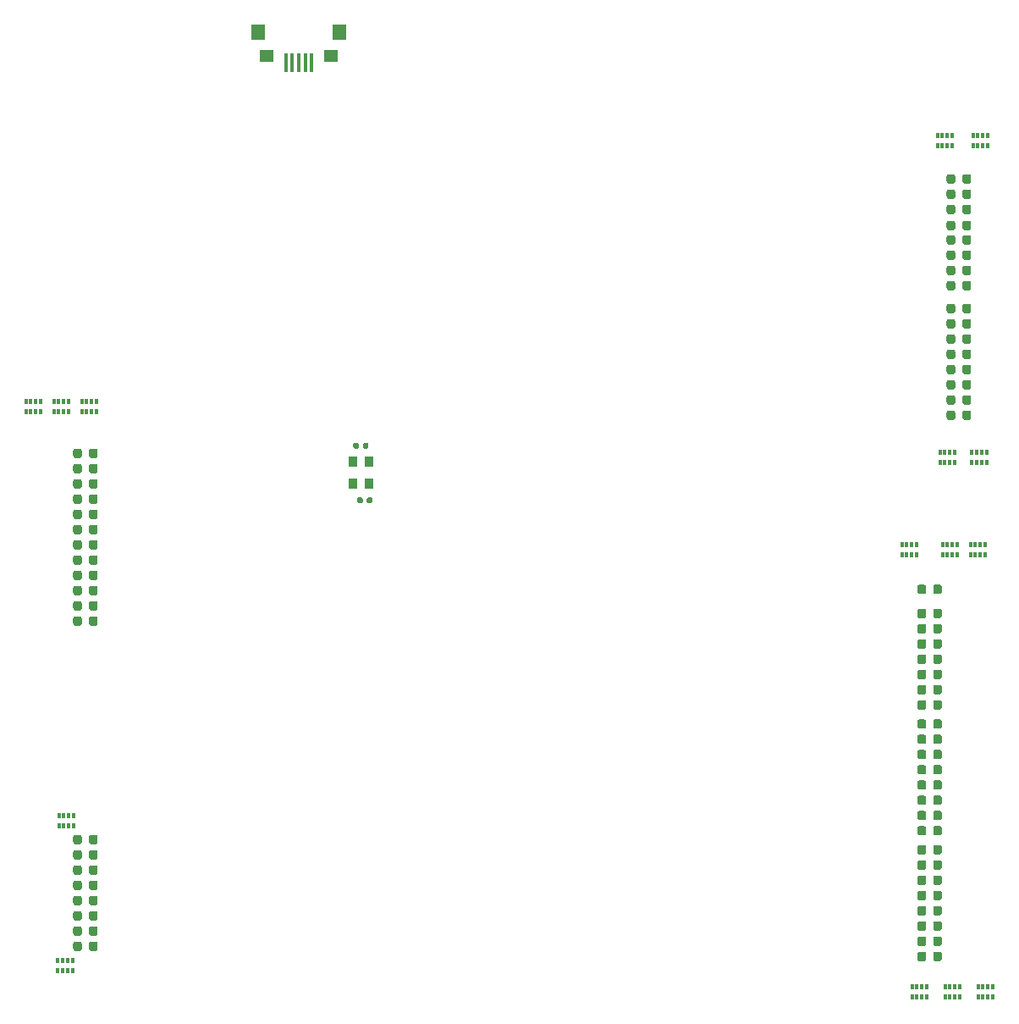
<source format=gbr>
%TF.GenerationSoftware,KiCad,Pcbnew,(5.1.10)-1*%
%TF.CreationDate,2021-07-16T13:20:40+01:00*%
%TF.ProjectId,PistormTester,50697374-6f72-46d5-9465-737465722e6b,rev?*%
%TF.SameCoordinates,Original*%
%TF.FileFunction,Paste,Top*%
%TF.FilePolarity,Positive*%
%FSLAX46Y46*%
G04 Gerber Fmt 4.6, Leading zero omitted, Abs format (unit mm)*
G04 Created by KiCad (PCBNEW (5.1.10)-1) date 2021-07-16 13:20:40*
%MOMM*%
%LPD*%
G01*
G04 APERTURE LIST*
%ADD10R,0.400000X1.900000*%
%ADD11R,1.400000X1.200000*%
%ADD12R,1.400000X1.600000*%
%ADD13R,1.400000X1.500000*%
%ADD14R,0.320000X0.500000*%
%ADD15R,0.900000X1.000000*%
G04 APERTURE END LIST*
%TO.C,C1*%
G36*
G01*
X120088000Y-99992000D02*
X120088000Y-99652000D01*
G75*
G02*
X120228000Y-99512000I140000J0D01*
G01*
X120508000Y-99512000D01*
G75*
G02*
X120648000Y-99652000I0J-140000D01*
G01*
X120648000Y-99992000D01*
G75*
G02*
X120508000Y-100132000I-140000J0D01*
G01*
X120228000Y-100132000D01*
G75*
G02*
X120088000Y-99992000I0J140000D01*
G01*
G37*
G36*
G01*
X119128000Y-99992000D02*
X119128000Y-99652000D01*
G75*
G02*
X119268000Y-99512000I140000J0D01*
G01*
X119548000Y-99512000D01*
G75*
G02*
X119688000Y-99652000I0J-140000D01*
G01*
X119688000Y-99992000D01*
G75*
G02*
X119548000Y-100132000I-140000J0D01*
G01*
X119268000Y-100132000D01*
G75*
G02*
X119128000Y-99992000I0J140000D01*
G01*
G37*
%TD*%
%TO.C,C2*%
G36*
G01*
X121029000Y-105113000D02*
X121029000Y-105453000D01*
G75*
G02*
X120889000Y-105593000I-140000J0D01*
G01*
X120609000Y-105593000D01*
G75*
G02*
X120469000Y-105453000I0J140000D01*
G01*
X120469000Y-105113000D01*
G75*
G02*
X120609000Y-104973000I140000J0D01*
G01*
X120889000Y-104973000D01*
G75*
G02*
X121029000Y-105113000I0J-140000D01*
G01*
G37*
G36*
G01*
X120069000Y-105113000D02*
X120069000Y-105453000D01*
G75*
G02*
X119929000Y-105593000I-140000J0D01*
G01*
X119649000Y-105593000D01*
G75*
G02*
X119509000Y-105453000I0J140000D01*
G01*
X119509000Y-105113000D01*
G75*
G02*
X119649000Y-104973000I140000J0D01*
G01*
X119929000Y-104973000D01*
G75*
G02*
X120069000Y-105113000I0J-140000D01*
G01*
G37*
%TD*%
%TO.C,D1*%
G36*
G01*
X176434000Y-150619750D02*
X176434000Y-151132250D01*
G75*
G02*
X176215250Y-151351000I-218750J0D01*
G01*
X175777750Y-151351000D01*
G75*
G02*
X175559000Y-151132250I0J218750D01*
G01*
X175559000Y-150619750D01*
G75*
G02*
X175777750Y-150401000I218750J0D01*
G01*
X176215250Y-150401000D01*
G75*
G02*
X176434000Y-150619750I0J-218750D01*
G01*
G37*
G36*
G01*
X178009000Y-150619750D02*
X178009000Y-151132250D01*
G75*
G02*
X177790250Y-151351000I-218750J0D01*
G01*
X177352750Y-151351000D01*
G75*
G02*
X177134000Y-151132250I0J218750D01*
G01*
X177134000Y-150619750D01*
G75*
G02*
X177352750Y-150401000I218750J0D01*
G01*
X177790250Y-150401000D01*
G75*
G02*
X178009000Y-150619750I0J-218750D01*
G01*
G37*
%TD*%
%TO.C,D2*%
G36*
G01*
X178009000Y-149095750D02*
X178009000Y-149608250D01*
G75*
G02*
X177790250Y-149827000I-218750J0D01*
G01*
X177352750Y-149827000D01*
G75*
G02*
X177134000Y-149608250I0J218750D01*
G01*
X177134000Y-149095750D01*
G75*
G02*
X177352750Y-148877000I218750J0D01*
G01*
X177790250Y-148877000D01*
G75*
G02*
X178009000Y-149095750I0J-218750D01*
G01*
G37*
G36*
G01*
X176434000Y-149095750D02*
X176434000Y-149608250D01*
G75*
G02*
X176215250Y-149827000I-218750J0D01*
G01*
X175777750Y-149827000D01*
G75*
G02*
X175559000Y-149608250I0J218750D01*
G01*
X175559000Y-149095750D01*
G75*
G02*
X175777750Y-148877000I218750J0D01*
G01*
X176215250Y-148877000D01*
G75*
G02*
X176434000Y-149095750I0J-218750D01*
G01*
G37*
%TD*%
%TO.C,D3*%
G36*
G01*
X176434000Y-147571750D02*
X176434000Y-148084250D01*
G75*
G02*
X176215250Y-148303000I-218750J0D01*
G01*
X175777750Y-148303000D01*
G75*
G02*
X175559000Y-148084250I0J218750D01*
G01*
X175559000Y-147571750D01*
G75*
G02*
X175777750Y-147353000I218750J0D01*
G01*
X176215250Y-147353000D01*
G75*
G02*
X176434000Y-147571750I0J-218750D01*
G01*
G37*
G36*
G01*
X178009000Y-147571750D02*
X178009000Y-148084250D01*
G75*
G02*
X177790250Y-148303000I-218750J0D01*
G01*
X177352750Y-148303000D01*
G75*
G02*
X177134000Y-148084250I0J218750D01*
G01*
X177134000Y-147571750D01*
G75*
G02*
X177352750Y-147353000I218750J0D01*
G01*
X177790250Y-147353000D01*
G75*
G02*
X178009000Y-147571750I0J-218750D01*
G01*
G37*
%TD*%
%TO.C,D4*%
G36*
G01*
X178009000Y-146047750D02*
X178009000Y-146560250D01*
G75*
G02*
X177790250Y-146779000I-218750J0D01*
G01*
X177352750Y-146779000D01*
G75*
G02*
X177134000Y-146560250I0J218750D01*
G01*
X177134000Y-146047750D01*
G75*
G02*
X177352750Y-145829000I218750J0D01*
G01*
X177790250Y-145829000D01*
G75*
G02*
X178009000Y-146047750I0J-218750D01*
G01*
G37*
G36*
G01*
X176434000Y-146047750D02*
X176434000Y-146560250D01*
G75*
G02*
X176215250Y-146779000I-218750J0D01*
G01*
X175777750Y-146779000D01*
G75*
G02*
X175559000Y-146560250I0J218750D01*
G01*
X175559000Y-146047750D01*
G75*
G02*
X175777750Y-145829000I218750J0D01*
G01*
X176215250Y-145829000D01*
G75*
G02*
X176434000Y-146047750I0J-218750D01*
G01*
G37*
%TD*%
%TO.C,D5*%
G36*
G01*
X176434000Y-144523750D02*
X176434000Y-145036250D01*
G75*
G02*
X176215250Y-145255000I-218750J0D01*
G01*
X175777750Y-145255000D01*
G75*
G02*
X175559000Y-145036250I0J218750D01*
G01*
X175559000Y-144523750D01*
G75*
G02*
X175777750Y-144305000I218750J0D01*
G01*
X176215250Y-144305000D01*
G75*
G02*
X176434000Y-144523750I0J-218750D01*
G01*
G37*
G36*
G01*
X178009000Y-144523750D02*
X178009000Y-145036250D01*
G75*
G02*
X177790250Y-145255000I-218750J0D01*
G01*
X177352750Y-145255000D01*
G75*
G02*
X177134000Y-145036250I0J218750D01*
G01*
X177134000Y-144523750D01*
G75*
G02*
X177352750Y-144305000I218750J0D01*
G01*
X177790250Y-144305000D01*
G75*
G02*
X178009000Y-144523750I0J-218750D01*
G01*
G37*
%TD*%
%TO.C,D6*%
G36*
G01*
X178009000Y-142999750D02*
X178009000Y-143512250D01*
G75*
G02*
X177790250Y-143731000I-218750J0D01*
G01*
X177352750Y-143731000D01*
G75*
G02*
X177134000Y-143512250I0J218750D01*
G01*
X177134000Y-142999750D01*
G75*
G02*
X177352750Y-142781000I218750J0D01*
G01*
X177790250Y-142781000D01*
G75*
G02*
X178009000Y-142999750I0J-218750D01*
G01*
G37*
G36*
G01*
X176434000Y-142999750D02*
X176434000Y-143512250D01*
G75*
G02*
X176215250Y-143731000I-218750J0D01*
G01*
X175777750Y-143731000D01*
G75*
G02*
X175559000Y-143512250I0J218750D01*
G01*
X175559000Y-142999750D01*
G75*
G02*
X175777750Y-142781000I218750J0D01*
G01*
X176215250Y-142781000D01*
G75*
G02*
X176434000Y-142999750I0J-218750D01*
G01*
G37*
%TD*%
%TO.C,D7*%
G36*
G01*
X176434000Y-141475750D02*
X176434000Y-141988250D01*
G75*
G02*
X176215250Y-142207000I-218750J0D01*
G01*
X175777750Y-142207000D01*
G75*
G02*
X175559000Y-141988250I0J218750D01*
G01*
X175559000Y-141475750D01*
G75*
G02*
X175777750Y-141257000I218750J0D01*
G01*
X176215250Y-141257000D01*
G75*
G02*
X176434000Y-141475750I0J-218750D01*
G01*
G37*
G36*
G01*
X178009000Y-141475750D02*
X178009000Y-141988250D01*
G75*
G02*
X177790250Y-142207000I-218750J0D01*
G01*
X177352750Y-142207000D01*
G75*
G02*
X177134000Y-141988250I0J218750D01*
G01*
X177134000Y-141475750D01*
G75*
G02*
X177352750Y-141257000I218750J0D01*
G01*
X177790250Y-141257000D01*
G75*
G02*
X178009000Y-141475750I0J-218750D01*
G01*
G37*
%TD*%
%TO.C,D8*%
G36*
G01*
X178009000Y-139951750D02*
X178009000Y-140464250D01*
G75*
G02*
X177790250Y-140683000I-218750J0D01*
G01*
X177352750Y-140683000D01*
G75*
G02*
X177134000Y-140464250I0J218750D01*
G01*
X177134000Y-139951750D01*
G75*
G02*
X177352750Y-139733000I218750J0D01*
G01*
X177790250Y-139733000D01*
G75*
G02*
X178009000Y-139951750I0J-218750D01*
G01*
G37*
G36*
G01*
X176434000Y-139951750D02*
X176434000Y-140464250D01*
G75*
G02*
X176215250Y-140683000I-218750J0D01*
G01*
X175777750Y-140683000D01*
G75*
G02*
X175559000Y-140464250I0J218750D01*
G01*
X175559000Y-139951750D01*
G75*
G02*
X175777750Y-139733000I218750J0D01*
G01*
X176215250Y-139733000D01*
G75*
G02*
X176434000Y-139951750I0J-218750D01*
G01*
G37*
%TD*%
%TO.C,D9*%
G36*
G01*
X176434000Y-138046750D02*
X176434000Y-138559250D01*
G75*
G02*
X176215250Y-138778000I-218750J0D01*
G01*
X175777750Y-138778000D01*
G75*
G02*
X175559000Y-138559250I0J218750D01*
G01*
X175559000Y-138046750D01*
G75*
G02*
X175777750Y-137828000I218750J0D01*
G01*
X176215250Y-137828000D01*
G75*
G02*
X176434000Y-138046750I0J-218750D01*
G01*
G37*
G36*
G01*
X178009000Y-138046750D02*
X178009000Y-138559250D01*
G75*
G02*
X177790250Y-138778000I-218750J0D01*
G01*
X177352750Y-138778000D01*
G75*
G02*
X177134000Y-138559250I0J218750D01*
G01*
X177134000Y-138046750D01*
G75*
G02*
X177352750Y-137828000I218750J0D01*
G01*
X177790250Y-137828000D01*
G75*
G02*
X178009000Y-138046750I0J-218750D01*
G01*
G37*
%TD*%
%TO.C,D10*%
G36*
G01*
X178009000Y-136522750D02*
X178009000Y-137035250D01*
G75*
G02*
X177790250Y-137254000I-218750J0D01*
G01*
X177352750Y-137254000D01*
G75*
G02*
X177134000Y-137035250I0J218750D01*
G01*
X177134000Y-136522750D01*
G75*
G02*
X177352750Y-136304000I218750J0D01*
G01*
X177790250Y-136304000D01*
G75*
G02*
X178009000Y-136522750I0J-218750D01*
G01*
G37*
G36*
G01*
X176434000Y-136522750D02*
X176434000Y-137035250D01*
G75*
G02*
X176215250Y-137254000I-218750J0D01*
G01*
X175777750Y-137254000D01*
G75*
G02*
X175559000Y-137035250I0J218750D01*
G01*
X175559000Y-136522750D01*
G75*
G02*
X175777750Y-136304000I218750J0D01*
G01*
X176215250Y-136304000D01*
G75*
G02*
X176434000Y-136522750I0J-218750D01*
G01*
G37*
%TD*%
%TO.C,D11*%
G36*
G01*
X176434000Y-134998750D02*
X176434000Y-135511250D01*
G75*
G02*
X176215250Y-135730000I-218750J0D01*
G01*
X175777750Y-135730000D01*
G75*
G02*
X175559000Y-135511250I0J218750D01*
G01*
X175559000Y-134998750D01*
G75*
G02*
X175777750Y-134780000I218750J0D01*
G01*
X176215250Y-134780000D01*
G75*
G02*
X176434000Y-134998750I0J-218750D01*
G01*
G37*
G36*
G01*
X178009000Y-134998750D02*
X178009000Y-135511250D01*
G75*
G02*
X177790250Y-135730000I-218750J0D01*
G01*
X177352750Y-135730000D01*
G75*
G02*
X177134000Y-135511250I0J218750D01*
G01*
X177134000Y-134998750D01*
G75*
G02*
X177352750Y-134780000I218750J0D01*
G01*
X177790250Y-134780000D01*
G75*
G02*
X178009000Y-134998750I0J-218750D01*
G01*
G37*
%TD*%
%TO.C,D12*%
G36*
G01*
X178009000Y-133474750D02*
X178009000Y-133987250D01*
G75*
G02*
X177790250Y-134206000I-218750J0D01*
G01*
X177352750Y-134206000D01*
G75*
G02*
X177134000Y-133987250I0J218750D01*
G01*
X177134000Y-133474750D01*
G75*
G02*
X177352750Y-133256000I218750J0D01*
G01*
X177790250Y-133256000D01*
G75*
G02*
X178009000Y-133474750I0J-218750D01*
G01*
G37*
G36*
G01*
X176434000Y-133474750D02*
X176434000Y-133987250D01*
G75*
G02*
X176215250Y-134206000I-218750J0D01*
G01*
X175777750Y-134206000D01*
G75*
G02*
X175559000Y-133987250I0J218750D01*
G01*
X175559000Y-133474750D01*
G75*
G02*
X175777750Y-133256000I218750J0D01*
G01*
X176215250Y-133256000D01*
G75*
G02*
X176434000Y-133474750I0J-218750D01*
G01*
G37*
%TD*%
%TO.C,D13*%
G36*
G01*
X176434000Y-131950750D02*
X176434000Y-132463250D01*
G75*
G02*
X176215250Y-132682000I-218750J0D01*
G01*
X175777750Y-132682000D01*
G75*
G02*
X175559000Y-132463250I0J218750D01*
G01*
X175559000Y-131950750D01*
G75*
G02*
X175777750Y-131732000I218750J0D01*
G01*
X176215250Y-131732000D01*
G75*
G02*
X176434000Y-131950750I0J-218750D01*
G01*
G37*
G36*
G01*
X178009000Y-131950750D02*
X178009000Y-132463250D01*
G75*
G02*
X177790250Y-132682000I-218750J0D01*
G01*
X177352750Y-132682000D01*
G75*
G02*
X177134000Y-132463250I0J218750D01*
G01*
X177134000Y-131950750D01*
G75*
G02*
X177352750Y-131732000I218750J0D01*
G01*
X177790250Y-131732000D01*
G75*
G02*
X178009000Y-131950750I0J-218750D01*
G01*
G37*
%TD*%
%TO.C,D14*%
G36*
G01*
X178009000Y-130426750D02*
X178009000Y-130939250D01*
G75*
G02*
X177790250Y-131158000I-218750J0D01*
G01*
X177352750Y-131158000D01*
G75*
G02*
X177134000Y-130939250I0J218750D01*
G01*
X177134000Y-130426750D01*
G75*
G02*
X177352750Y-130208000I218750J0D01*
G01*
X177790250Y-130208000D01*
G75*
G02*
X178009000Y-130426750I0J-218750D01*
G01*
G37*
G36*
G01*
X176434000Y-130426750D02*
X176434000Y-130939250D01*
G75*
G02*
X176215250Y-131158000I-218750J0D01*
G01*
X175777750Y-131158000D01*
G75*
G02*
X175559000Y-130939250I0J218750D01*
G01*
X175559000Y-130426750D01*
G75*
G02*
X175777750Y-130208000I218750J0D01*
G01*
X176215250Y-130208000D01*
G75*
G02*
X176434000Y-130426750I0J-218750D01*
G01*
G37*
%TD*%
%TO.C,D15*%
G36*
G01*
X176434000Y-128902750D02*
X176434000Y-129415250D01*
G75*
G02*
X176215250Y-129634000I-218750J0D01*
G01*
X175777750Y-129634000D01*
G75*
G02*
X175559000Y-129415250I0J218750D01*
G01*
X175559000Y-128902750D01*
G75*
G02*
X175777750Y-128684000I218750J0D01*
G01*
X176215250Y-128684000D01*
G75*
G02*
X176434000Y-128902750I0J-218750D01*
G01*
G37*
G36*
G01*
X178009000Y-128902750D02*
X178009000Y-129415250D01*
G75*
G02*
X177790250Y-129634000I-218750J0D01*
G01*
X177352750Y-129634000D01*
G75*
G02*
X177134000Y-129415250I0J218750D01*
G01*
X177134000Y-128902750D01*
G75*
G02*
X177352750Y-128684000I218750J0D01*
G01*
X177790250Y-128684000D01*
G75*
G02*
X178009000Y-128902750I0J-218750D01*
G01*
G37*
%TD*%
%TO.C,D16*%
G36*
G01*
X176434000Y-127378750D02*
X176434000Y-127891250D01*
G75*
G02*
X176215250Y-128110000I-218750J0D01*
G01*
X175777750Y-128110000D01*
G75*
G02*
X175559000Y-127891250I0J218750D01*
G01*
X175559000Y-127378750D01*
G75*
G02*
X175777750Y-127160000I218750J0D01*
G01*
X176215250Y-127160000D01*
G75*
G02*
X176434000Y-127378750I0J-218750D01*
G01*
G37*
G36*
G01*
X178009000Y-127378750D02*
X178009000Y-127891250D01*
G75*
G02*
X177790250Y-128110000I-218750J0D01*
G01*
X177352750Y-128110000D01*
G75*
G02*
X177134000Y-127891250I0J218750D01*
G01*
X177134000Y-127378750D01*
G75*
G02*
X177352750Y-127160000I218750J0D01*
G01*
X177790250Y-127160000D01*
G75*
G02*
X178009000Y-127378750I0J-218750D01*
G01*
G37*
%TD*%
%TO.C,D17*%
G36*
G01*
X178009000Y-125473750D02*
X178009000Y-125986250D01*
G75*
G02*
X177790250Y-126205000I-218750J0D01*
G01*
X177352750Y-126205000D01*
G75*
G02*
X177134000Y-125986250I0J218750D01*
G01*
X177134000Y-125473750D01*
G75*
G02*
X177352750Y-125255000I218750J0D01*
G01*
X177790250Y-125255000D01*
G75*
G02*
X178009000Y-125473750I0J-218750D01*
G01*
G37*
G36*
G01*
X176434000Y-125473750D02*
X176434000Y-125986250D01*
G75*
G02*
X176215250Y-126205000I-218750J0D01*
G01*
X175777750Y-126205000D01*
G75*
G02*
X175559000Y-125986250I0J218750D01*
G01*
X175559000Y-125473750D01*
G75*
G02*
X175777750Y-125255000I218750J0D01*
G01*
X176215250Y-125255000D01*
G75*
G02*
X176434000Y-125473750I0J-218750D01*
G01*
G37*
%TD*%
%TO.C,D18*%
G36*
G01*
X176434000Y-123949750D02*
X176434000Y-124462250D01*
G75*
G02*
X176215250Y-124681000I-218750J0D01*
G01*
X175777750Y-124681000D01*
G75*
G02*
X175559000Y-124462250I0J218750D01*
G01*
X175559000Y-123949750D01*
G75*
G02*
X175777750Y-123731000I218750J0D01*
G01*
X176215250Y-123731000D01*
G75*
G02*
X176434000Y-123949750I0J-218750D01*
G01*
G37*
G36*
G01*
X178009000Y-123949750D02*
X178009000Y-124462250D01*
G75*
G02*
X177790250Y-124681000I-218750J0D01*
G01*
X177352750Y-124681000D01*
G75*
G02*
X177134000Y-124462250I0J218750D01*
G01*
X177134000Y-123949750D01*
G75*
G02*
X177352750Y-123731000I218750J0D01*
G01*
X177790250Y-123731000D01*
G75*
G02*
X178009000Y-123949750I0J-218750D01*
G01*
G37*
%TD*%
%TO.C,D19*%
G36*
G01*
X178009000Y-122425750D02*
X178009000Y-122938250D01*
G75*
G02*
X177790250Y-123157000I-218750J0D01*
G01*
X177352750Y-123157000D01*
G75*
G02*
X177134000Y-122938250I0J218750D01*
G01*
X177134000Y-122425750D01*
G75*
G02*
X177352750Y-122207000I218750J0D01*
G01*
X177790250Y-122207000D01*
G75*
G02*
X178009000Y-122425750I0J-218750D01*
G01*
G37*
G36*
G01*
X176434000Y-122425750D02*
X176434000Y-122938250D01*
G75*
G02*
X176215250Y-123157000I-218750J0D01*
G01*
X175777750Y-123157000D01*
G75*
G02*
X175559000Y-122938250I0J218750D01*
G01*
X175559000Y-122425750D01*
G75*
G02*
X175777750Y-122207000I218750J0D01*
G01*
X176215250Y-122207000D01*
G75*
G02*
X176434000Y-122425750I0J-218750D01*
G01*
G37*
%TD*%
%TO.C,D20*%
G36*
G01*
X176434000Y-120901750D02*
X176434000Y-121414250D01*
G75*
G02*
X176215250Y-121633000I-218750J0D01*
G01*
X175777750Y-121633000D01*
G75*
G02*
X175559000Y-121414250I0J218750D01*
G01*
X175559000Y-120901750D01*
G75*
G02*
X175777750Y-120683000I218750J0D01*
G01*
X176215250Y-120683000D01*
G75*
G02*
X176434000Y-120901750I0J-218750D01*
G01*
G37*
G36*
G01*
X178009000Y-120901750D02*
X178009000Y-121414250D01*
G75*
G02*
X177790250Y-121633000I-218750J0D01*
G01*
X177352750Y-121633000D01*
G75*
G02*
X177134000Y-121414250I0J218750D01*
G01*
X177134000Y-120901750D01*
G75*
G02*
X177352750Y-120683000I218750J0D01*
G01*
X177790250Y-120683000D01*
G75*
G02*
X178009000Y-120901750I0J-218750D01*
G01*
G37*
%TD*%
%TO.C,D21*%
G36*
G01*
X178009000Y-119377750D02*
X178009000Y-119890250D01*
G75*
G02*
X177790250Y-120109000I-218750J0D01*
G01*
X177352750Y-120109000D01*
G75*
G02*
X177134000Y-119890250I0J218750D01*
G01*
X177134000Y-119377750D01*
G75*
G02*
X177352750Y-119159000I218750J0D01*
G01*
X177790250Y-119159000D01*
G75*
G02*
X178009000Y-119377750I0J-218750D01*
G01*
G37*
G36*
G01*
X176434000Y-119377750D02*
X176434000Y-119890250D01*
G75*
G02*
X176215250Y-120109000I-218750J0D01*
G01*
X175777750Y-120109000D01*
G75*
G02*
X175559000Y-119890250I0J218750D01*
G01*
X175559000Y-119377750D01*
G75*
G02*
X175777750Y-119159000I218750J0D01*
G01*
X176215250Y-119159000D01*
G75*
G02*
X176434000Y-119377750I0J-218750D01*
G01*
G37*
%TD*%
%TO.C,D22*%
G36*
G01*
X176434000Y-117853750D02*
X176434000Y-118366250D01*
G75*
G02*
X176215250Y-118585000I-218750J0D01*
G01*
X175777750Y-118585000D01*
G75*
G02*
X175559000Y-118366250I0J218750D01*
G01*
X175559000Y-117853750D01*
G75*
G02*
X175777750Y-117635000I218750J0D01*
G01*
X176215250Y-117635000D01*
G75*
G02*
X176434000Y-117853750I0J-218750D01*
G01*
G37*
G36*
G01*
X178009000Y-117853750D02*
X178009000Y-118366250D01*
G75*
G02*
X177790250Y-118585000I-218750J0D01*
G01*
X177352750Y-118585000D01*
G75*
G02*
X177134000Y-118366250I0J218750D01*
G01*
X177134000Y-117853750D01*
G75*
G02*
X177352750Y-117635000I218750J0D01*
G01*
X177790250Y-117635000D01*
G75*
G02*
X178009000Y-117853750I0J-218750D01*
G01*
G37*
%TD*%
%TO.C,D23*%
G36*
G01*
X178009000Y-116329750D02*
X178009000Y-116842250D01*
G75*
G02*
X177790250Y-117061000I-218750J0D01*
G01*
X177352750Y-117061000D01*
G75*
G02*
X177134000Y-116842250I0J218750D01*
G01*
X177134000Y-116329750D01*
G75*
G02*
X177352750Y-116111000I218750J0D01*
G01*
X177790250Y-116111000D01*
G75*
G02*
X178009000Y-116329750I0J-218750D01*
G01*
G37*
G36*
G01*
X176434000Y-116329750D02*
X176434000Y-116842250D01*
G75*
G02*
X176215250Y-117061000I-218750J0D01*
G01*
X175777750Y-117061000D01*
G75*
G02*
X175559000Y-116842250I0J218750D01*
G01*
X175559000Y-116329750D01*
G75*
G02*
X175777750Y-116111000I218750J0D01*
G01*
X176215250Y-116111000D01*
G75*
G02*
X176434000Y-116329750I0J-218750D01*
G01*
G37*
%TD*%
%TO.C,D24*%
G36*
G01*
X176434000Y-113916750D02*
X176434000Y-114429250D01*
G75*
G02*
X176215250Y-114648000I-218750J0D01*
G01*
X175777750Y-114648000D01*
G75*
G02*
X175559000Y-114429250I0J218750D01*
G01*
X175559000Y-113916750D01*
G75*
G02*
X175777750Y-113698000I218750J0D01*
G01*
X176215250Y-113698000D01*
G75*
G02*
X176434000Y-113916750I0J-218750D01*
G01*
G37*
G36*
G01*
X178009000Y-113916750D02*
X178009000Y-114429250D01*
G75*
G02*
X177790250Y-114648000I-218750J0D01*
G01*
X177352750Y-114648000D01*
G75*
G02*
X177134000Y-114429250I0J218750D01*
G01*
X177134000Y-113916750D01*
G75*
G02*
X177352750Y-113698000I218750J0D01*
G01*
X177790250Y-113698000D01*
G75*
G02*
X178009000Y-113916750I0J-218750D01*
G01*
G37*
%TD*%
%TO.C,D25*%
G36*
G01*
X180930000Y-72895750D02*
X180930000Y-73408250D01*
G75*
G02*
X180711250Y-73627000I-218750J0D01*
G01*
X180273750Y-73627000D01*
G75*
G02*
X180055000Y-73408250I0J218750D01*
G01*
X180055000Y-72895750D01*
G75*
G02*
X180273750Y-72677000I218750J0D01*
G01*
X180711250Y-72677000D01*
G75*
G02*
X180930000Y-72895750I0J-218750D01*
G01*
G37*
G36*
G01*
X179355000Y-72895750D02*
X179355000Y-73408250D01*
G75*
G02*
X179136250Y-73627000I-218750J0D01*
G01*
X178698750Y-73627000D01*
G75*
G02*
X178480000Y-73408250I0J218750D01*
G01*
X178480000Y-72895750D01*
G75*
G02*
X178698750Y-72677000I218750J0D01*
G01*
X179136250Y-72677000D01*
G75*
G02*
X179355000Y-72895750I0J-218750D01*
G01*
G37*
%TD*%
%TO.C,D26*%
G36*
G01*
X179355000Y-74419750D02*
X179355000Y-74932250D01*
G75*
G02*
X179136250Y-75151000I-218750J0D01*
G01*
X178698750Y-75151000D01*
G75*
G02*
X178480000Y-74932250I0J218750D01*
G01*
X178480000Y-74419750D01*
G75*
G02*
X178698750Y-74201000I218750J0D01*
G01*
X179136250Y-74201000D01*
G75*
G02*
X179355000Y-74419750I0J-218750D01*
G01*
G37*
G36*
G01*
X180930000Y-74419750D02*
X180930000Y-74932250D01*
G75*
G02*
X180711250Y-75151000I-218750J0D01*
G01*
X180273750Y-75151000D01*
G75*
G02*
X180055000Y-74932250I0J218750D01*
G01*
X180055000Y-74419750D01*
G75*
G02*
X180273750Y-74201000I218750J0D01*
G01*
X180711250Y-74201000D01*
G75*
G02*
X180930000Y-74419750I0J-218750D01*
G01*
G37*
%TD*%
%TO.C,D27*%
G36*
G01*
X179355000Y-75943750D02*
X179355000Y-76456250D01*
G75*
G02*
X179136250Y-76675000I-218750J0D01*
G01*
X178698750Y-76675000D01*
G75*
G02*
X178480000Y-76456250I0J218750D01*
G01*
X178480000Y-75943750D01*
G75*
G02*
X178698750Y-75725000I218750J0D01*
G01*
X179136250Y-75725000D01*
G75*
G02*
X179355000Y-75943750I0J-218750D01*
G01*
G37*
G36*
G01*
X180930000Y-75943750D02*
X180930000Y-76456250D01*
G75*
G02*
X180711250Y-76675000I-218750J0D01*
G01*
X180273750Y-76675000D01*
G75*
G02*
X180055000Y-76456250I0J218750D01*
G01*
X180055000Y-75943750D01*
G75*
G02*
X180273750Y-75725000I218750J0D01*
G01*
X180711250Y-75725000D01*
G75*
G02*
X180930000Y-75943750I0J-218750D01*
G01*
G37*
%TD*%
%TO.C,D28*%
G36*
G01*
X180930000Y-77549949D02*
X180930000Y-78062449D01*
G75*
G02*
X180711250Y-78281199I-218750J0D01*
G01*
X180273750Y-78281199D01*
G75*
G02*
X180055000Y-78062449I0J218750D01*
G01*
X180055000Y-77549949D01*
G75*
G02*
X180273750Y-77331199I218750J0D01*
G01*
X180711250Y-77331199D01*
G75*
G02*
X180930000Y-77549949I0J-218750D01*
G01*
G37*
G36*
G01*
X179355000Y-77549949D02*
X179355000Y-78062449D01*
G75*
G02*
X179136250Y-78281199I-218750J0D01*
G01*
X178698750Y-78281199D01*
G75*
G02*
X178480000Y-78062449I0J218750D01*
G01*
X178480000Y-77549949D01*
G75*
G02*
X178698750Y-77331199I218750J0D01*
G01*
X179136250Y-77331199D01*
G75*
G02*
X179355000Y-77549949I0J-218750D01*
G01*
G37*
%TD*%
%TO.C,D29*%
G36*
G01*
X180930000Y-78991750D02*
X180930000Y-79504250D01*
G75*
G02*
X180711250Y-79723000I-218750J0D01*
G01*
X180273750Y-79723000D01*
G75*
G02*
X180055000Y-79504250I0J218750D01*
G01*
X180055000Y-78991750D01*
G75*
G02*
X180273750Y-78773000I218750J0D01*
G01*
X180711250Y-78773000D01*
G75*
G02*
X180930000Y-78991750I0J-218750D01*
G01*
G37*
G36*
G01*
X179355000Y-78991750D02*
X179355000Y-79504250D01*
G75*
G02*
X179136250Y-79723000I-218750J0D01*
G01*
X178698750Y-79723000D01*
G75*
G02*
X178480000Y-79504250I0J218750D01*
G01*
X178480000Y-78991750D01*
G75*
G02*
X178698750Y-78773000I218750J0D01*
G01*
X179136250Y-78773000D01*
G75*
G02*
X179355000Y-78991750I0J-218750D01*
G01*
G37*
%TD*%
%TO.C,D30*%
G36*
G01*
X179355000Y-80515750D02*
X179355000Y-81028250D01*
G75*
G02*
X179136250Y-81247000I-218750J0D01*
G01*
X178698750Y-81247000D01*
G75*
G02*
X178480000Y-81028250I0J218750D01*
G01*
X178480000Y-80515750D01*
G75*
G02*
X178698750Y-80297000I218750J0D01*
G01*
X179136250Y-80297000D01*
G75*
G02*
X179355000Y-80515750I0J-218750D01*
G01*
G37*
G36*
G01*
X180930000Y-80515750D02*
X180930000Y-81028250D01*
G75*
G02*
X180711250Y-81247000I-218750J0D01*
G01*
X180273750Y-81247000D01*
G75*
G02*
X180055000Y-81028250I0J218750D01*
G01*
X180055000Y-80515750D01*
G75*
G02*
X180273750Y-80297000I218750J0D01*
G01*
X180711250Y-80297000D01*
G75*
G02*
X180930000Y-80515750I0J-218750D01*
G01*
G37*
%TD*%
%TO.C,D31*%
G36*
G01*
X180930000Y-82039750D02*
X180930000Y-82552250D01*
G75*
G02*
X180711250Y-82771000I-218750J0D01*
G01*
X180273750Y-82771000D01*
G75*
G02*
X180055000Y-82552250I0J218750D01*
G01*
X180055000Y-82039750D01*
G75*
G02*
X180273750Y-81821000I218750J0D01*
G01*
X180711250Y-81821000D01*
G75*
G02*
X180930000Y-82039750I0J-218750D01*
G01*
G37*
G36*
G01*
X179355000Y-82039750D02*
X179355000Y-82552250D01*
G75*
G02*
X179136250Y-82771000I-218750J0D01*
G01*
X178698750Y-82771000D01*
G75*
G02*
X178480000Y-82552250I0J218750D01*
G01*
X178480000Y-82039750D01*
G75*
G02*
X178698750Y-81821000I218750J0D01*
G01*
X179136250Y-81821000D01*
G75*
G02*
X179355000Y-82039750I0J-218750D01*
G01*
G37*
%TD*%
%TO.C,D32*%
G36*
G01*
X179355000Y-83563750D02*
X179355000Y-84076250D01*
G75*
G02*
X179136250Y-84295000I-218750J0D01*
G01*
X178698750Y-84295000D01*
G75*
G02*
X178480000Y-84076250I0J218750D01*
G01*
X178480000Y-83563750D01*
G75*
G02*
X178698750Y-83345000I218750J0D01*
G01*
X179136250Y-83345000D01*
G75*
G02*
X179355000Y-83563750I0J-218750D01*
G01*
G37*
G36*
G01*
X180930000Y-83563750D02*
X180930000Y-84076250D01*
G75*
G02*
X180711250Y-84295000I-218750J0D01*
G01*
X180273750Y-84295000D01*
G75*
G02*
X180055000Y-84076250I0J218750D01*
G01*
X180055000Y-83563750D01*
G75*
G02*
X180273750Y-83345000I218750J0D01*
G01*
X180711250Y-83345000D01*
G75*
G02*
X180930000Y-83563750I0J-218750D01*
G01*
G37*
%TD*%
%TO.C,D33*%
G36*
G01*
X180930000Y-85849750D02*
X180930000Y-86362250D01*
G75*
G02*
X180711250Y-86581000I-218750J0D01*
G01*
X180273750Y-86581000D01*
G75*
G02*
X180055000Y-86362250I0J218750D01*
G01*
X180055000Y-85849750D01*
G75*
G02*
X180273750Y-85631000I218750J0D01*
G01*
X180711250Y-85631000D01*
G75*
G02*
X180930000Y-85849750I0J-218750D01*
G01*
G37*
G36*
G01*
X179355000Y-85849750D02*
X179355000Y-86362250D01*
G75*
G02*
X179136250Y-86581000I-218750J0D01*
G01*
X178698750Y-86581000D01*
G75*
G02*
X178480000Y-86362250I0J218750D01*
G01*
X178480000Y-85849750D01*
G75*
G02*
X178698750Y-85631000I218750J0D01*
G01*
X179136250Y-85631000D01*
G75*
G02*
X179355000Y-85849750I0J-218750D01*
G01*
G37*
%TD*%
%TO.C,D34*%
G36*
G01*
X179355000Y-87373750D02*
X179355000Y-87886250D01*
G75*
G02*
X179136250Y-88105000I-218750J0D01*
G01*
X178698750Y-88105000D01*
G75*
G02*
X178480000Y-87886250I0J218750D01*
G01*
X178480000Y-87373750D01*
G75*
G02*
X178698750Y-87155000I218750J0D01*
G01*
X179136250Y-87155000D01*
G75*
G02*
X179355000Y-87373750I0J-218750D01*
G01*
G37*
G36*
G01*
X180930000Y-87373750D02*
X180930000Y-87886250D01*
G75*
G02*
X180711250Y-88105000I-218750J0D01*
G01*
X180273750Y-88105000D01*
G75*
G02*
X180055000Y-87886250I0J218750D01*
G01*
X180055000Y-87373750D01*
G75*
G02*
X180273750Y-87155000I218750J0D01*
G01*
X180711250Y-87155000D01*
G75*
G02*
X180930000Y-87373750I0J-218750D01*
G01*
G37*
%TD*%
%TO.C,D35*%
G36*
G01*
X179355000Y-88897750D02*
X179355000Y-89410250D01*
G75*
G02*
X179136250Y-89629000I-218750J0D01*
G01*
X178698750Y-89629000D01*
G75*
G02*
X178480000Y-89410250I0J218750D01*
G01*
X178480000Y-88897750D01*
G75*
G02*
X178698750Y-88679000I218750J0D01*
G01*
X179136250Y-88679000D01*
G75*
G02*
X179355000Y-88897750I0J-218750D01*
G01*
G37*
G36*
G01*
X180930000Y-88897750D02*
X180930000Y-89410250D01*
G75*
G02*
X180711250Y-89629000I-218750J0D01*
G01*
X180273750Y-89629000D01*
G75*
G02*
X180055000Y-89410250I0J218750D01*
G01*
X180055000Y-88897750D01*
G75*
G02*
X180273750Y-88679000I218750J0D01*
G01*
X180711250Y-88679000D01*
G75*
G02*
X180930000Y-88897750I0J-218750D01*
G01*
G37*
%TD*%
%TO.C,D36*%
G36*
G01*
X180930000Y-90421750D02*
X180930000Y-90934250D01*
G75*
G02*
X180711250Y-91153000I-218750J0D01*
G01*
X180273750Y-91153000D01*
G75*
G02*
X180055000Y-90934250I0J218750D01*
G01*
X180055000Y-90421750D01*
G75*
G02*
X180273750Y-90203000I218750J0D01*
G01*
X180711250Y-90203000D01*
G75*
G02*
X180930000Y-90421750I0J-218750D01*
G01*
G37*
G36*
G01*
X179355000Y-90421750D02*
X179355000Y-90934250D01*
G75*
G02*
X179136250Y-91153000I-218750J0D01*
G01*
X178698750Y-91153000D01*
G75*
G02*
X178480000Y-90934250I0J218750D01*
G01*
X178480000Y-90421750D01*
G75*
G02*
X178698750Y-90203000I218750J0D01*
G01*
X179136250Y-90203000D01*
G75*
G02*
X179355000Y-90421750I0J-218750D01*
G01*
G37*
%TD*%
%TO.C,D37*%
G36*
G01*
X179355000Y-91945750D02*
X179355000Y-92458250D01*
G75*
G02*
X179136250Y-92677000I-218750J0D01*
G01*
X178698750Y-92677000D01*
G75*
G02*
X178480000Y-92458250I0J218750D01*
G01*
X178480000Y-91945750D01*
G75*
G02*
X178698750Y-91727000I218750J0D01*
G01*
X179136250Y-91727000D01*
G75*
G02*
X179355000Y-91945750I0J-218750D01*
G01*
G37*
G36*
G01*
X180930000Y-91945750D02*
X180930000Y-92458250D01*
G75*
G02*
X180711250Y-92677000I-218750J0D01*
G01*
X180273750Y-92677000D01*
G75*
G02*
X180055000Y-92458250I0J218750D01*
G01*
X180055000Y-91945750D01*
G75*
G02*
X180273750Y-91727000I218750J0D01*
G01*
X180711250Y-91727000D01*
G75*
G02*
X180930000Y-91945750I0J-218750D01*
G01*
G37*
%TD*%
%TO.C,D38*%
G36*
G01*
X179355000Y-93469750D02*
X179355000Y-93982250D01*
G75*
G02*
X179136250Y-94201000I-218750J0D01*
G01*
X178698750Y-94201000D01*
G75*
G02*
X178480000Y-93982250I0J218750D01*
G01*
X178480000Y-93469750D01*
G75*
G02*
X178698750Y-93251000I218750J0D01*
G01*
X179136250Y-93251000D01*
G75*
G02*
X179355000Y-93469750I0J-218750D01*
G01*
G37*
G36*
G01*
X180930000Y-93469750D02*
X180930000Y-93982250D01*
G75*
G02*
X180711250Y-94201000I-218750J0D01*
G01*
X180273750Y-94201000D01*
G75*
G02*
X180055000Y-93982250I0J218750D01*
G01*
X180055000Y-93469750D01*
G75*
G02*
X180273750Y-93251000I218750J0D01*
G01*
X180711250Y-93251000D01*
G75*
G02*
X180930000Y-93469750I0J-218750D01*
G01*
G37*
%TD*%
%TO.C,D39*%
G36*
G01*
X180930000Y-94993750D02*
X180930000Y-95506250D01*
G75*
G02*
X180711250Y-95725000I-218750J0D01*
G01*
X180273750Y-95725000D01*
G75*
G02*
X180055000Y-95506250I0J218750D01*
G01*
X180055000Y-94993750D01*
G75*
G02*
X180273750Y-94775000I218750J0D01*
G01*
X180711250Y-94775000D01*
G75*
G02*
X180930000Y-94993750I0J-218750D01*
G01*
G37*
G36*
G01*
X179355000Y-94993750D02*
X179355000Y-95506250D01*
G75*
G02*
X179136250Y-95725000I-218750J0D01*
G01*
X178698750Y-95725000D01*
G75*
G02*
X178480000Y-95506250I0J218750D01*
G01*
X178480000Y-94993750D01*
G75*
G02*
X178698750Y-94775000I218750J0D01*
G01*
X179136250Y-94775000D01*
G75*
G02*
X179355000Y-94993750I0J-218750D01*
G01*
G37*
%TD*%
%TO.C,D40*%
G36*
G01*
X180930000Y-96517750D02*
X180930000Y-97030250D01*
G75*
G02*
X180711250Y-97249000I-218750J0D01*
G01*
X180273750Y-97249000D01*
G75*
G02*
X180055000Y-97030250I0J218750D01*
G01*
X180055000Y-96517750D01*
G75*
G02*
X180273750Y-96299000I218750J0D01*
G01*
X180711250Y-96299000D01*
G75*
G02*
X180930000Y-96517750I0J-218750D01*
G01*
G37*
G36*
G01*
X179355000Y-96517750D02*
X179355000Y-97030250D01*
G75*
G02*
X179136250Y-97249000I-218750J0D01*
G01*
X178698750Y-97249000D01*
G75*
G02*
X178480000Y-97030250I0J218750D01*
G01*
X178480000Y-96517750D01*
G75*
G02*
X178698750Y-96299000I218750J0D01*
G01*
X179136250Y-96299000D01*
G75*
G02*
X179355000Y-96517750I0J-218750D01*
G01*
G37*
%TD*%
%TO.C,D41*%
G36*
G01*
X91104000Y-117604250D02*
X91104000Y-117091750D01*
G75*
G02*
X91322750Y-116873000I218750J0D01*
G01*
X91760250Y-116873000D01*
G75*
G02*
X91979000Y-117091750I0J-218750D01*
G01*
X91979000Y-117604250D01*
G75*
G02*
X91760250Y-117823000I-218750J0D01*
G01*
X91322750Y-117823000D01*
G75*
G02*
X91104000Y-117604250I0J218750D01*
G01*
G37*
G36*
G01*
X92679000Y-117604250D02*
X92679000Y-117091750D01*
G75*
G02*
X92897750Y-116873000I218750J0D01*
G01*
X93335250Y-116873000D01*
G75*
G02*
X93554000Y-117091750I0J-218750D01*
G01*
X93554000Y-117604250D01*
G75*
G02*
X93335250Y-117823000I-218750J0D01*
G01*
X92897750Y-117823000D01*
G75*
G02*
X92679000Y-117604250I0J218750D01*
G01*
G37*
%TD*%
%TO.C,D42*%
G36*
G01*
X92679000Y-116080250D02*
X92679000Y-115567750D01*
G75*
G02*
X92897750Y-115349000I218750J0D01*
G01*
X93335250Y-115349000D01*
G75*
G02*
X93554000Y-115567750I0J-218750D01*
G01*
X93554000Y-116080250D01*
G75*
G02*
X93335250Y-116299000I-218750J0D01*
G01*
X92897750Y-116299000D01*
G75*
G02*
X92679000Y-116080250I0J218750D01*
G01*
G37*
G36*
G01*
X91104000Y-116080250D02*
X91104000Y-115567750D01*
G75*
G02*
X91322750Y-115349000I218750J0D01*
G01*
X91760250Y-115349000D01*
G75*
G02*
X91979000Y-115567750I0J-218750D01*
G01*
X91979000Y-116080250D01*
G75*
G02*
X91760250Y-116299000I-218750J0D01*
G01*
X91322750Y-116299000D01*
G75*
G02*
X91104000Y-116080250I0J218750D01*
G01*
G37*
%TD*%
%TO.C,D43*%
G36*
G01*
X91104000Y-114556250D02*
X91104000Y-114043750D01*
G75*
G02*
X91322750Y-113825000I218750J0D01*
G01*
X91760250Y-113825000D01*
G75*
G02*
X91979000Y-114043750I0J-218750D01*
G01*
X91979000Y-114556250D01*
G75*
G02*
X91760250Y-114775000I-218750J0D01*
G01*
X91322750Y-114775000D01*
G75*
G02*
X91104000Y-114556250I0J218750D01*
G01*
G37*
G36*
G01*
X92679000Y-114556250D02*
X92679000Y-114043750D01*
G75*
G02*
X92897750Y-113825000I218750J0D01*
G01*
X93335250Y-113825000D01*
G75*
G02*
X93554000Y-114043750I0J-218750D01*
G01*
X93554000Y-114556250D01*
G75*
G02*
X93335250Y-114775000I-218750J0D01*
G01*
X92897750Y-114775000D01*
G75*
G02*
X92679000Y-114556250I0J218750D01*
G01*
G37*
%TD*%
%TO.C,D44*%
G36*
G01*
X91104000Y-113032250D02*
X91104000Y-112519750D01*
G75*
G02*
X91322750Y-112301000I218750J0D01*
G01*
X91760250Y-112301000D01*
G75*
G02*
X91979000Y-112519750I0J-218750D01*
G01*
X91979000Y-113032250D01*
G75*
G02*
X91760250Y-113251000I-218750J0D01*
G01*
X91322750Y-113251000D01*
G75*
G02*
X91104000Y-113032250I0J218750D01*
G01*
G37*
G36*
G01*
X92679000Y-113032250D02*
X92679000Y-112519750D01*
G75*
G02*
X92897750Y-112301000I218750J0D01*
G01*
X93335250Y-112301000D01*
G75*
G02*
X93554000Y-112519750I0J-218750D01*
G01*
X93554000Y-113032250D01*
G75*
G02*
X93335250Y-113251000I-218750J0D01*
G01*
X92897750Y-113251000D01*
G75*
G02*
X92679000Y-113032250I0J218750D01*
G01*
G37*
%TD*%
%TO.C,D45*%
G36*
G01*
X92679000Y-111508250D02*
X92679000Y-110995750D01*
G75*
G02*
X92897750Y-110777000I218750J0D01*
G01*
X93335250Y-110777000D01*
G75*
G02*
X93554000Y-110995750I0J-218750D01*
G01*
X93554000Y-111508250D01*
G75*
G02*
X93335250Y-111727000I-218750J0D01*
G01*
X92897750Y-111727000D01*
G75*
G02*
X92679000Y-111508250I0J218750D01*
G01*
G37*
G36*
G01*
X91104000Y-111508250D02*
X91104000Y-110995750D01*
G75*
G02*
X91322750Y-110777000I218750J0D01*
G01*
X91760250Y-110777000D01*
G75*
G02*
X91979000Y-110995750I0J-218750D01*
G01*
X91979000Y-111508250D01*
G75*
G02*
X91760250Y-111727000I-218750J0D01*
G01*
X91322750Y-111727000D01*
G75*
G02*
X91104000Y-111508250I0J218750D01*
G01*
G37*
%TD*%
%TO.C,D46*%
G36*
G01*
X91104000Y-109984250D02*
X91104000Y-109471750D01*
G75*
G02*
X91322750Y-109253000I218750J0D01*
G01*
X91760250Y-109253000D01*
G75*
G02*
X91979000Y-109471750I0J-218750D01*
G01*
X91979000Y-109984250D01*
G75*
G02*
X91760250Y-110203000I-218750J0D01*
G01*
X91322750Y-110203000D01*
G75*
G02*
X91104000Y-109984250I0J218750D01*
G01*
G37*
G36*
G01*
X92679000Y-109984250D02*
X92679000Y-109471750D01*
G75*
G02*
X92897750Y-109253000I218750J0D01*
G01*
X93335250Y-109253000D01*
G75*
G02*
X93554000Y-109471750I0J-218750D01*
G01*
X93554000Y-109984250D01*
G75*
G02*
X93335250Y-110203000I-218750J0D01*
G01*
X92897750Y-110203000D01*
G75*
G02*
X92679000Y-109984250I0J218750D01*
G01*
G37*
%TD*%
%TO.C,D47*%
G36*
G01*
X91104000Y-108460250D02*
X91104000Y-107947750D01*
G75*
G02*
X91322750Y-107729000I218750J0D01*
G01*
X91760250Y-107729000D01*
G75*
G02*
X91979000Y-107947750I0J-218750D01*
G01*
X91979000Y-108460250D01*
G75*
G02*
X91760250Y-108679000I-218750J0D01*
G01*
X91322750Y-108679000D01*
G75*
G02*
X91104000Y-108460250I0J218750D01*
G01*
G37*
G36*
G01*
X92679000Y-108460250D02*
X92679000Y-107947750D01*
G75*
G02*
X92897750Y-107729000I218750J0D01*
G01*
X93335250Y-107729000D01*
G75*
G02*
X93554000Y-107947750I0J-218750D01*
G01*
X93554000Y-108460250D01*
G75*
G02*
X93335250Y-108679000I-218750J0D01*
G01*
X92897750Y-108679000D01*
G75*
G02*
X92679000Y-108460250I0J218750D01*
G01*
G37*
%TD*%
%TO.C,D48*%
G36*
G01*
X92679000Y-106936250D02*
X92679000Y-106423750D01*
G75*
G02*
X92897750Y-106205000I218750J0D01*
G01*
X93335250Y-106205000D01*
G75*
G02*
X93554000Y-106423750I0J-218750D01*
G01*
X93554000Y-106936250D01*
G75*
G02*
X93335250Y-107155000I-218750J0D01*
G01*
X92897750Y-107155000D01*
G75*
G02*
X92679000Y-106936250I0J218750D01*
G01*
G37*
G36*
G01*
X91104000Y-106936250D02*
X91104000Y-106423750D01*
G75*
G02*
X91322750Y-106205000I218750J0D01*
G01*
X91760250Y-106205000D01*
G75*
G02*
X91979000Y-106423750I0J-218750D01*
G01*
X91979000Y-106936250D01*
G75*
G02*
X91760250Y-107155000I-218750J0D01*
G01*
X91322750Y-107155000D01*
G75*
G02*
X91104000Y-106936250I0J218750D01*
G01*
G37*
%TD*%
%TO.C,D49*%
G36*
G01*
X91104000Y-105412250D02*
X91104000Y-104899750D01*
G75*
G02*
X91322750Y-104681000I218750J0D01*
G01*
X91760250Y-104681000D01*
G75*
G02*
X91979000Y-104899750I0J-218750D01*
G01*
X91979000Y-105412250D01*
G75*
G02*
X91760250Y-105631000I-218750J0D01*
G01*
X91322750Y-105631000D01*
G75*
G02*
X91104000Y-105412250I0J218750D01*
G01*
G37*
G36*
G01*
X92679000Y-105412250D02*
X92679000Y-104899750D01*
G75*
G02*
X92897750Y-104681000I218750J0D01*
G01*
X93335250Y-104681000D01*
G75*
G02*
X93554000Y-104899750I0J-218750D01*
G01*
X93554000Y-105412250D01*
G75*
G02*
X93335250Y-105631000I-218750J0D01*
G01*
X92897750Y-105631000D01*
G75*
G02*
X92679000Y-105412250I0J218750D01*
G01*
G37*
%TD*%
%TO.C,D50*%
G36*
G01*
X92679000Y-103888250D02*
X92679000Y-103375750D01*
G75*
G02*
X92897750Y-103157000I218750J0D01*
G01*
X93335250Y-103157000D01*
G75*
G02*
X93554000Y-103375750I0J-218750D01*
G01*
X93554000Y-103888250D01*
G75*
G02*
X93335250Y-104107000I-218750J0D01*
G01*
X92897750Y-104107000D01*
G75*
G02*
X92679000Y-103888250I0J218750D01*
G01*
G37*
G36*
G01*
X91104000Y-103888250D02*
X91104000Y-103375750D01*
G75*
G02*
X91322750Y-103157000I218750J0D01*
G01*
X91760250Y-103157000D01*
G75*
G02*
X91979000Y-103375750I0J-218750D01*
G01*
X91979000Y-103888250D01*
G75*
G02*
X91760250Y-104107000I-218750J0D01*
G01*
X91322750Y-104107000D01*
G75*
G02*
X91104000Y-103888250I0J218750D01*
G01*
G37*
%TD*%
%TO.C,D51*%
G36*
G01*
X91104000Y-102364250D02*
X91104000Y-101851750D01*
G75*
G02*
X91322750Y-101633000I218750J0D01*
G01*
X91760250Y-101633000D01*
G75*
G02*
X91979000Y-101851750I0J-218750D01*
G01*
X91979000Y-102364250D01*
G75*
G02*
X91760250Y-102583000I-218750J0D01*
G01*
X91322750Y-102583000D01*
G75*
G02*
X91104000Y-102364250I0J218750D01*
G01*
G37*
G36*
G01*
X92679000Y-102364250D02*
X92679000Y-101851750D01*
G75*
G02*
X92897750Y-101633000I218750J0D01*
G01*
X93335250Y-101633000D01*
G75*
G02*
X93554000Y-101851750I0J-218750D01*
G01*
X93554000Y-102364250D01*
G75*
G02*
X93335250Y-102583000I-218750J0D01*
G01*
X92897750Y-102583000D01*
G75*
G02*
X92679000Y-102364250I0J218750D01*
G01*
G37*
%TD*%
%TO.C,D52*%
G36*
G01*
X92679000Y-100840250D02*
X92679000Y-100327750D01*
G75*
G02*
X92897750Y-100109000I218750J0D01*
G01*
X93335250Y-100109000D01*
G75*
G02*
X93554000Y-100327750I0J-218750D01*
G01*
X93554000Y-100840250D01*
G75*
G02*
X93335250Y-101059000I-218750J0D01*
G01*
X92897750Y-101059000D01*
G75*
G02*
X92679000Y-100840250I0J218750D01*
G01*
G37*
G36*
G01*
X91104000Y-100840250D02*
X91104000Y-100327750D01*
G75*
G02*
X91322750Y-100109000I218750J0D01*
G01*
X91760250Y-100109000D01*
G75*
G02*
X91979000Y-100327750I0J-218750D01*
G01*
X91979000Y-100840250D01*
G75*
G02*
X91760250Y-101059000I-218750J0D01*
G01*
X91322750Y-101059000D01*
G75*
G02*
X91104000Y-100840250I0J218750D01*
G01*
G37*
%TD*%
%TO.C,D53*%
G36*
G01*
X91104000Y-150116250D02*
X91104000Y-149603750D01*
G75*
G02*
X91322750Y-149385000I218750J0D01*
G01*
X91760250Y-149385000D01*
G75*
G02*
X91979000Y-149603750I0J-218750D01*
G01*
X91979000Y-150116250D01*
G75*
G02*
X91760250Y-150335000I-218750J0D01*
G01*
X91322750Y-150335000D01*
G75*
G02*
X91104000Y-150116250I0J218750D01*
G01*
G37*
G36*
G01*
X92679000Y-150116250D02*
X92679000Y-149603750D01*
G75*
G02*
X92897750Y-149385000I218750J0D01*
G01*
X93335250Y-149385000D01*
G75*
G02*
X93554000Y-149603750I0J-218750D01*
G01*
X93554000Y-150116250D01*
G75*
G02*
X93335250Y-150335000I-218750J0D01*
G01*
X92897750Y-150335000D01*
G75*
G02*
X92679000Y-150116250I0J218750D01*
G01*
G37*
%TD*%
%TO.C,D54*%
G36*
G01*
X92679000Y-148592250D02*
X92679000Y-148079750D01*
G75*
G02*
X92897750Y-147861000I218750J0D01*
G01*
X93335250Y-147861000D01*
G75*
G02*
X93554000Y-148079750I0J-218750D01*
G01*
X93554000Y-148592250D01*
G75*
G02*
X93335250Y-148811000I-218750J0D01*
G01*
X92897750Y-148811000D01*
G75*
G02*
X92679000Y-148592250I0J218750D01*
G01*
G37*
G36*
G01*
X91104000Y-148592250D02*
X91104000Y-148079750D01*
G75*
G02*
X91322750Y-147861000I218750J0D01*
G01*
X91760250Y-147861000D01*
G75*
G02*
X91979000Y-148079750I0J-218750D01*
G01*
X91979000Y-148592250D01*
G75*
G02*
X91760250Y-148811000I-218750J0D01*
G01*
X91322750Y-148811000D01*
G75*
G02*
X91104000Y-148592250I0J218750D01*
G01*
G37*
%TD*%
%TO.C,D55*%
G36*
G01*
X92679000Y-147068250D02*
X92679000Y-146555750D01*
G75*
G02*
X92897750Y-146337000I218750J0D01*
G01*
X93335250Y-146337000D01*
G75*
G02*
X93554000Y-146555750I0J-218750D01*
G01*
X93554000Y-147068250D01*
G75*
G02*
X93335250Y-147287000I-218750J0D01*
G01*
X92897750Y-147287000D01*
G75*
G02*
X92679000Y-147068250I0J218750D01*
G01*
G37*
G36*
G01*
X91104000Y-147068250D02*
X91104000Y-146555750D01*
G75*
G02*
X91322750Y-146337000I218750J0D01*
G01*
X91760250Y-146337000D01*
G75*
G02*
X91979000Y-146555750I0J-218750D01*
G01*
X91979000Y-147068250D01*
G75*
G02*
X91760250Y-147287000I-218750J0D01*
G01*
X91322750Y-147287000D01*
G75*
G02*
X91104000Y-147068250I0J218750D01*
G01*
G37*
%TD*%
%TO.C,D56*%
G36*
G01*
X91104000Y-145544250D02*
X91104000Y-145031750D01*
G75*
G02*
X91322750Y-144813000I218750J0D01*
G01*
X91760250Y-144813000D01*
G75*
G02*
X91979000Y-145031750I0J-218750D01*
G01*
X91979000Y-145544250D01*
G75*
G02*
X91760250Y-145763000I-218750J0D01*
G01*
X91322750Y-145763000D01*
G75*
G02*
X91104000Y-145544250I0J218750D01*
G01*
G37*
G36*
G01*
X92679000Y-145544250D02*
X92679000Y-145031750D01*
G75*
G02*
X92897750Y-144813000I218750J0D01*
G01*
X93335250Y-144813000D01*
G75*
G02*
X93554000Y-145031750I0J-218750D01*
G01*
X93554000Y-145544250D01*
G75*
G02*
X93335250Y-145763000I-218750J0D01*
G01*
X92897750Y-145763000D01*
G75*
G02*
X92679000Y-145544250I0J218750D01*
G01*
G37*
%TD*%
%TO.C,D57*%
G36*
G01*
X92679000Y-144020250D02*
X92679000Y-143507750D01*
G75*
G02*
X92897750Y-143289000I218750J0D01*
G01*
X93335250Y-143289000D01*
G75*
G02*
X93554000Y-143507750I0J-218750D01*
G01*
X93554000Y-144020250D01*
G75*
G02*
X93335250Y-144239000I-218750J0D01*
G01*
X92897750Y-144239000D01*
G75*
G02*
X92679000Y-144020250I0J218750D01*
G01*
G37*
G36*
G01*
X91104000Y-144020250D02*
X91104000Y-143507750D01*
G75*
G02*
X91322750Y-143289000I218750J0D01*
G01*
X91760250Y-143289000D01*
G75*
G02*
X91979000Y-143507750I0J-218750D01*
G01*
X91979000Y-144020250D01*
G75*
G02*
X91760250Y-144239000I-218750J0D01*
G01*
X91322750Y-144239000D01*
G75*
G02*
X91104000Y-144020250I0J218750D01*
G01*
G37*
%TD*%
%TO.C,D58*%
G36*
G01*
X91104000Y-142496250D02*
X91104000Y-141983750D01*
G75*
G02*
X91322750Y-141765000I218750J0D01*
G01*
X91760250Y-141765000D01*
G75*
G02*
X91979000Y-141983750I0J-218750D01*
G01*
X91979000Y-142496250D01*
G75*
G02*
X91760250Y-142715000I-218750J0D01*
G01*
X91322750Y-142715000D01*
G75*
G02*
X91104000Y-142496250I0J218750D01*
G01*
G37*
G36*
G01*
X92679000Y-142496250D02*
X92679000Y-141983750D01*
G75*
G02*
X92897750Y-141765000I218750J0D01*
G01*
X93335250Y-141765000D01*
G75*
G02*
X93554000Y-141983750I0J-218750D01*
G01*
X93554000Y-142496250D01*
G75*
G02*
X93335250Y-142715000I-218750J0D01*
G01*
X92897750Y-142715000D01*
G75*
G02*
X92679000Y-142496250I0J218750D01*
G01*
G37*
%TD*%
%TO.C,D59*%
G36*
G01*
X92679000Y-140972250D02*
X92679000Y-140459750D01*
G75*
G02*
X92897750Y-140241000I218750J0D01*
G01*
X93335250Y-140241000D01*
G75*
G02*
X93554000Y-140459750I0J-218750D01*
G01*
X93554000Y-140972250D01*
G75*
G02*
X93335250Y-141191000I-218750J0D01*
G01*
X92897750Y-141191000D01*
G75*
G02*
X92679000Y-140972250I0J218750D01*
G01*
G37*
G36*
G01*
X91104000Y-140972250D02*
X91104000Y-140459750D01*
G75*
G02*
X91322750Y-140241000I218750J0D01*
G01*
X91760250Y-140241000D01*
G75*
G02*
X91979000Y-140459750I0J-218750D01*
G01*
X91979000Y-140972250D01*
G75*
G02*
X91760250Y-141191000I-218750J0D01*
G01*
X91322750Y-141191000D01*
G75*
G02*
X91104000Y-140972250I0J218750D01*
G01*
G37*
%TD*%
%TO.C,D60*%
G36*
G01*
X91104000Y-139448250D02*
X91104000Y-138935750D01*
G75*
G02*
X91322750Y-138717000I218750J0D01*
G01*
X91760250Y-138717000D01*
G75*
G02*
X91979000Y-138935750I0J-218750D01*
G01*
X91979000Y-139448250D01*
G75*
G02*
X91760250Y-139667000I-218750J0D01*
G01*
X91322750Y-139667000D01*
G75*
G02*
X91104000Y-139448250I0J218750D01*
G01*
G37*
G36*
G01*
X92679000Y-139448250D02*
X92679000Y-138935750D01*
G75*
G02*
X92897750Y-138717000I218750J0D01*
G01*
X93335250Y-138717000D01*
G75*
G02*
X93554000Y-138935750I0J-218750D01*
G01*
X93554000Y-139448250D01*
G75*
G02*
X93335250Y-139667000I-218750J0D01*
G01*
X92897750Y-139667000D01*
G75*
G02*
X92679000Y-139448250I0J218750D01*
G01*
G37*
%TD*%
D10*
%TO.C,J1*%
X112365000Y-61555000D03*
X113015000Y-61555000D03*
X113665000Y-61555000D03*
X114315000Y-61555000D03*
X114965000Y-61555000D03*
D11*
X110460000Y-60855000D03*
X116870000Y-60855000D03*
D12*
X109615000Y-58455000D03*
D13*
X117715000Y-58455000D03*
%TD*%
D14*
%TO.C,RN1*%
X175502000Y-109736000D03*
X175002000Y-109736000D03*
X174002000Y-109736000D03*
X174502000Y-109736000D03*
X175502000Y-110736000D03*
X174502000Y-110736000D03*
X175002000Y-110736000D03*
X174002000Y-110736000D03*
%TD*%
%TO.C,RN2*%
X179566000Y-109736000D03*
X179066000Y-109736000D03*
X178066000Y-109736000D03*
X178566000Y-109736000D03*
X179566000Y-110736000D03*
X178566000Y-110736000D03*
X179066000Y-110736000D03*
X178066000Y-110736000D03*
%TD*%
%TO.C,RN3*%
X180860000Y-110736000D03*
X181860000Y-110736000D03*
X181360000Y-110736000D03*
X182360000Y-110736000D03*
X181360000Y-109736000D03*
X180860000Y-109736000D03*
X181860000Y-109736000D03*
X182360000Y-109736000D03*
%TD*%
%TO.C,RN4*%
X181622000Y-154932000D03*
X182122000Y-154932000D03*
X183122000Y-154932000D03*
X182622000Y-154932000D03*
X181622000Y-153932000D03*
X182622000Y-153932000D03*
X182122000Y-153932000D03*
X183122000Y-153932000D03*
%TD*%
%TO.C,RN5*%
X179820000Y-153932000D03*
X178820000Y-153932000D03*
X179320000Y-153932000D03*
X178320000Y-153932000D03*
X179320000Y-154932000D03*
X179820000Y-154932000D03*
X178820000Y-154932000D03*
X178320000Y-154932000D03*
%TD*%
%TO.C,RN6*%
X175018000Y-154932000D03*
X175518000Y-154932000D03*
X176518000Y-154932000D03*
X176018000Y-154932000D03*
X175018000Y-153932000D03*
X176018000Y-153932000D03*
X175518000Y-153932000D03*
X176518000Y-153932000D03*
%TD*%
%TO.C,RN7*%
X177558000Y-69842000D03*
X178558000Y-69842000D03*
X178058000Y-69842000D03*
X179058000Y-69842000D03*
X178058000Y-68842000D03*
X177558000Y-68842000D03*
X178558000Y-68842000D03*
X179058000Y-68842000D03*
%TD*%
%TO.C,RN8*%
X181114000Y-69842000D03*
X182114000Y-69842000D03*
X181614000Y-69842000D03*
X182614000Y-69842000D03*
X181614000Y-68842000D03*
X181114000Y-68842000D03*
X182114000Y-68842000D03*
X182614000Y-68842000D03*
%TD*%
%TO.C,RN9*%
X182487000Y-100465000D03*
X181487000Y-100465000D03*
X181987000Y-100465000D03*
X180987000Y-100465000D03*
X181987000Y-101465000D03*
X182487000Y-101465000D03*
X181487000Y-101465000D03*
X180987000Y-101465000D03*
%TD*%
%TO.C,RN10*%
X177812000Y-101465000D03*
X178312000Y-101465000D03*
X179312000Y-101465000D03*
X178812000Y-101465000D03*
X177812000Y-100465000D03*
X178812000Y-100465000D03*
X178312000Y-100465000D03*
X179312000Y-100465000D03*
%TD*%
%TO.C,RN11*%
X86372000Y-96385000D03*
X87372000Y-96385000D03*
X86872000Y-96385000D03*
X87872000Y-96385000D03*
X86872000Y-95385000D03*
X86372000Y-95385000D03*
X87372000Y-95385000D03*
X87872000Y-95385000D03*
%TD*%
%TO.C,RN12*%
X90666000Y-95385000D03*
X90166000Y-95385000D03*
X89166000Y-95385000D03*
X89666000Y-95385000D03*
X90666000Y-96385000D03*
X89666000Y-96385000D03*
X90166000Y-96385000D03*
X89166000Y-96385000D03*
%TD*%
%TO.C,RN13*%
X91960000Y-96385000D03*
X92960000Y-96385000D03*
X92460000Y-96385000D03*
X93460000Y-96385000D03*
X92460000Y-95385000D03*
X91960000Y-95385000D03*
X92960000Y-95385000D03*
X93460000Y-95385000D03*
%TD*%
%TO.C,RN14*%
X89547000Y-152265000D03*
X90047000Y-152265000D03*
X91047000Y-152265000D03*
X90547000Y-152265000D03*
X89547000Y-151265000D03*
X90547000Y-151265000D03*
X90047000Y-151265000D03*
X91047000Y-151265000D03*
%TD*%
%TO.C,RN15*%
X89674000Y-137787000D03*
X90674000Y-137787000D03*
X90174000Y-137787000D03*
X91174000Y-137787000D03*
X90174000Y-136787000D03*
X89674000Y-136787000D03*
X90674000Y-136787000D03*
X91174000Y-136787000D03*
%TD*%
D15*
%TO.C,X1*%
X119113000Y-101414000D03*
X119113000Y-103564000D03*
X120663000Y-103564000D03*
X120663000Y-101414000D03*
%TD*%
M02*

</source>
